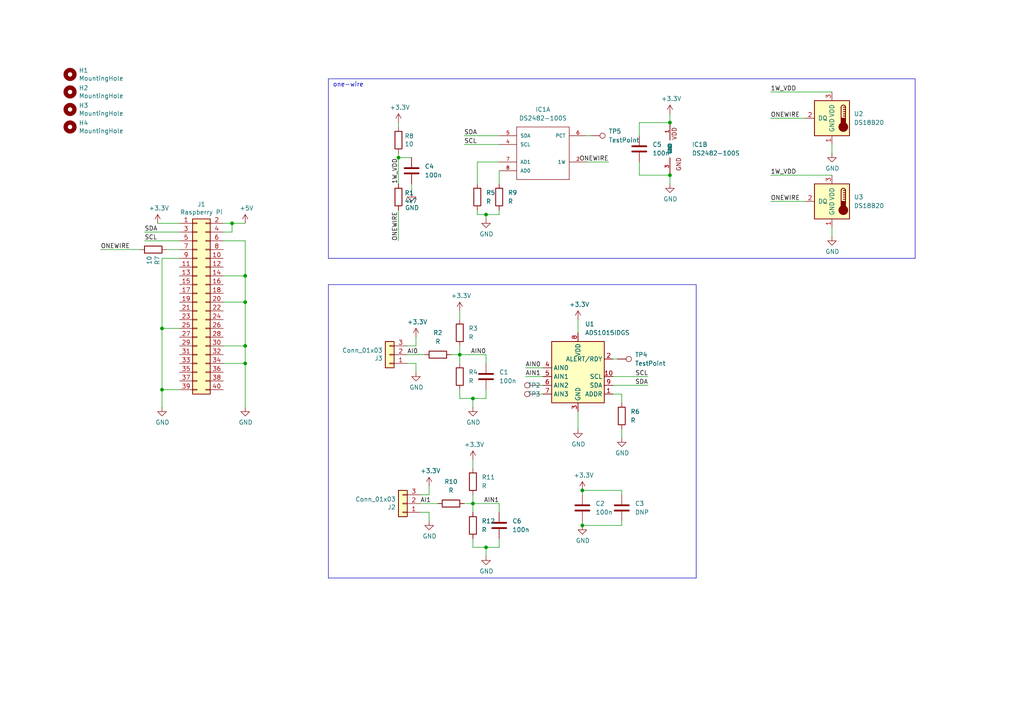
<source format=kicad_sch>
(kicad_sch (version 20230121) (generator eeschema)
  (paper "A4")
  (title_block (title "RPi0 room node"))
  (lib_symbols
    (symbol "1wire:DS2482-100S" (pin_names (offset 1.016))
      (property "Reference" "IC" (at -7.62 10.16 0))
      (property "Value" "DS2482-100S" (at -7.62 8.255 0))
      (symbol "DS2482-100S_1_0"
        (polyline (pts (xy -7.62 -7.62) (xy 7.62 -7.62)))
        (polyline (pts (xy -7.62 7.62) (xy -7.62 -7.62)))
        (polyline (pts (xy 7.62 -7.62) (xy 7.62 7.62)))
        (polyline (pts (xy 7.62 7.62) (xy -7.62 7.62)))
      )
      (symbol "DS2482-100S_1_1"
        (pin open_collector line (at 12.7 -2.54 180) (length 5.08) (name "1W") (number "2"))
        (pin input line (at -12.7 2.54 0) (length 5.08) (name "SCL") (number "4"))
        (pin bidirectional line (at -12.7 5.08 0) (length 5.08) (name "SDA") (number "5"))
        (pin output line (at 12.7 5.08 180) (length 5.08) (name "PCT") (number "6"))
        (pin input line (at -12.7 -2.54 0) (length 5.08) (name "AD1") (number "7"))
        (pin input line (at -12.7 -5.08 0) (length 5.08) (name "AD0") (number "8"))
      )
      (symbol "DS2482-100S_2_0"
        (text "GND" (at 2.54 -4.445 1) (effects (font (size 1.27 1.27))))
        (text "VDD" (at 1.27 4.445 1) (effects (font (size 1.27 1.27))))
      )
      (symbol "DS2482-100S_2_1"
        (pin power_in line (at 0 7.62 270) (length 5.08) (name "VDD") (number "1"))
        (pin power_in line (at 0 -7.62 90) (length 5.08) (name "GND") (number "3"))
      )
    )
    (symbol "Analog_ADC:ADS1015IDGS"
      (property "Reference" "U" (at 2.54 13.97 0))
      (property "Value" "ADS1015IDGS" (at 7.62 11.43 0))
      (symbol "ADS1015IDGS_0_1"
        (rectangle (start -7.62 10.16) (end 7.62 -7.62) (stroke (width 0.254)) (fill (type background)))
      )
      (symbol "ADS1015IDGS_1_1"
        (pin input line (at 10.16 -5.08 180) (length 2.54) (name "ADDR") (number "1"))
        (pin input line (at 10.16 0 180) (length 2.54) (name "SCL") (number "10"))
        (pin output line (at 10.16 5.08 180) (length 2.54) (name "ALERT/RDY") (number "2"))
        (pin power_in line (at 0 -10.16 90) (length 2.54) (name "GND") (number "3"))
        (pin input line (at -10.16 2.54 0) (length 2.54) (name "AIN0") (number "4"))
        (pin input line (at -10.16 0 0) (length 2.54) (name "AIN1") (number "5"))
        (pin input line (at -10.16 -2.54 0) (length 2.54) (name "AIN2") (number "6"))
        (pin input line (at -10.16 -5.08 0) (length 2.54) (name "AIN3") (number "7"))
        (pin power_in line (at 0 12.7 270) (length 2.54) (name "VDD") (number "8"))
        (pin bidirectional line (at 10.16 -2.54 180) (length 2.54) (name "SDA") (number "9"))
      )
    )
    (symbol "Connector:TestPoint" (pin_numbers hide) (pin_names (offset 0.762) hide)
      (property "Reference" "TP" (at 0 6.858 0))
      (property "Value" "TestPoint" (at 0 5.08 0))
      (symbol "TestPoint_0_1"
        (circle (center 0 3.302) (radius 0.762))
      )
      (symbol "TestPoint_1_1"
        (pin passive line (at 0 0 90) (length 2.54) (name "1") (number "1"))
      )
    )
    (symbol "Connector_Generic:Conn_01x03" (pin_names (offset 1.016) hide)
      (property "Reference" "J" (at 0 5.08 0))
      (property "Value" "Conn_01x03" (at 0 -5.08 0))
      (symbol "Conn_01x03_1_1"
        (rectangle (start -1.27 -2.413) (end 0 -2.667) (stroke (width 0.1524)))
        (rectangle (start -1.27 0.127) (end 0 -0.127) (stroke (width 0.1524)))
        (rectangle (start -1.27 2.667) (end 0 2.413) (stroke (width 0.1524)))
        (rectangle (start -1.27 3.81) (end 1.27 -3.81) (stroke (width 0.254)) (fill (type background)))
        (pin passive line (at -5.08 2.54 0) (length 3.81) (name "Pin_1") (number "1"))
        (pin passive line (at -5.08 0 0) (length 3.81) (name "Pin_2") (number "2"))
        (pin passive line (at -5.08 -2.54 0) (length 3.81) (name "Pin_3") (number "3"))
      )
    )
    (symbol "Connector_Generic:Conn_02x20_Odd_Even" (pin_names (offset 1.016) hide)
      (property "Reference" "J" (at 1.27 25.4 0))
      (property "Value" "Conn_02x20_Odd_Even" (at 1.27 -27.94 0))
      (symbol "Conn_02x20_Odd_Even_1_1"
        (rectangle (start -1.27 -25.273) (end 0 -25.527) (stroke (width 0.1524)))
        (rectangle (start -1.27 -22.733) (end 0 -22.987) (stroke (width 0.1524)))
        (rectangle (start -1.27 -20.193) (end 0 -20.447) (stroke (width 0.1524)))
        (rectangle (start -1.27 -17.653) (end 0 -17.907) (stroke (width 0.1524)))
        (rectangle (start -1.27 -15.113) (end 0 -15.367) (stroke (width 0.1524)))
        (rectangle (start -1.27 -12.573) (end 0 -12.827) (stroke (width 0.1524)))
        (rectangle (start -1.27 -10.033) (end 0 -10.287) (stroke (width 0.1524)))
        (rectangle (start -1.27 -7.493) (end 0 -7.747) (stroke (width 0.1524)))
        (rectangle (start -1.27 -4.953) (end 0 -5.207) (stroke (width 0.1524)))
        (rectangle (start -1.27 -2.413) (end 0 -2.667) (stroke (width 0.1524)))
        (rectangle (start -1.27 0.127) (end 0 -0.127) (stroke (width 0.1524)))
        (rectangle (start -1.27 2.667) (end 0 2.413) (stroke (width 0.1524)))
        (rectangle (start -1.27 5.207) (end 0 4.953) (stroke (width 0.1524)))
        (rectangle (start -1.27 7.747) (end 0 7.493) (stroke (width 0.1524)))
        (rectangle (start -1.27 10.287) (end 0 10.033) (stroke (width 0.1524)))
        (rectangle (start -1.27 12.827) (end 0 12.573) (stroke (width 0.1524)))
        (rectangle (start -1.27 15.367) (end 0 15.113) (stroke (width 0.1524)))
        (rectangle (start -1.27 17.907) (end 0 17.653) (stroke (width 0.1524)))
        (rectangle (start -1.27 20.447) (end 0 20.193) (stroke (width 0.1524)))
        (rectangle (start -1.27 22.987) (end 0 22.733) (stroke (width 0.1524)))
        (rectangle (start -1.27 24.13) (end 3.81 -26.67) (stroke (width 0.254)) (fill (type background)))
        (rectangle (start 3.81 -25.273) (end 2.54 -25.527) (stroke (width 0.1524)))
        (rectangle (start 3.81 -22.733) (end 2.54 -22.987) (stroke (width 0.1524)))
        (rectangle (start 3.81 -20.193) (end 2.54 -20.447) (stroke (width 0.1524)))
        (rectangle (start 3.81 -17.653) (end 2.54 -17.907) (stroke (width 0.1524)))
        (rectangle (start 3.81 -15.113) (end 2.54 -15.367) (stroke (width 0.1524)))
        (rectangle (start 3.81 -12.573) (end 2.54 -12.827) (stroke (width 0.1524)))
        (rectangle (start 3.81 -10.033) (end 2.54 -10.287) (stroke (width 0.1524)))
        (rectangle (start 3.81 -7.493) (end 2.54 -7.747) (stroke (width 0.1524)))
        (rectangle (start 3.81 -4.953) (end 2.54 -5.207) (stroke (width 0.1524)))
        (rectangle (start 3.81 -2.413) (end 2.54 -2.667) (stroke (width 0.1524)))
        (rectangle (start 3.81 0.127) (end 2.54 -0.127) (stroke (width 0.1524)))
        (rectangle (start 3.81 2.667) (end 2.54 2.413) (stroke (width 0.1524)))
        (rectangle (start 3.81 5.207) (end 2.54 4.953) (stroke (width 0.1524)))
        (rectangle (start 3.81 7.747) (end 2.54 7.493) (stroke (width 0.1524)))
        (rectangle (start 3.81 10.287) (end 2.54 10.033) (stroke (width 0.1524)))
        (rectangle (start 3.81 12.827) (end 2.54 12.573) (stroke (width 0.1524)))
        (rectangle (start 3.81 15.367) (end 2.54 15.113) (stroke (width 0.1524)))
        (rectangle (start 3.81 17.907) (end 2.54 17.653) (stroke (width 0.1524)))
        (rectangle (start 3.81 20.447) (end 2.54 20.193) (stroke (width 0.1524)))
        (rectangle (start 3.81 22.987) (end 2.54 22.733) (stroke (width 0.1524)))
        (pin passive line (at -5.08 22.86 0) (length 3.81) (name "Pin_1") (number "1"))
        (pin passive line (at 7.62 12.7 180) (length 3.81) (name "Pin_10") (number "10"))
        (pin passive line (at -5.08 10.16 0) (length 3.81) (name "Pin_11") (number "11"))
        (pin passive line (at 7.62 10.16 180) (length 3.81) (name "Pin_12") (number "12"))
        (pin passive line (at -5.08 7.62 0) (length 3.81) (name "Pin_13") (number "13"))
        (pin passive line (at 7.62 7.62 180) (length 3.81) (name "Pin_14") (number "14"))
        (pin passive line (at -5.08 5.08 0) (length 3.81) (name "Pin_15") (number "15"))
        (pin passive line (at 7.62 5.08 180) (length 3.81) (name "Pin_16") (number "16"))
        (pin passive line (at -5.08 2.54 0) (length 3.81) (name "Pin_17") (number "17"))
        (pin passive line (at 7.62 2.54 180) (length 3.81) (name "Pin_18") (number "18"))
        (pin passive line (at -5.08 0 0) (length 3.81) (name "Pin_19") (number "19"))
        (pin passive line (at 7.62 22.86 180) (length 3.81) (name "Pin_2") (number "2"))
        (pin passive line (at 7.62 0 180) (length 3.81) (name "Pin_20") (number "20"))
        (pin passive line (at -5.08 -2.54 0) (length 3.81) (name "Pin_21") (number "21"))
        (pin passive line (at 7.62 -2.54 180) (length 3.81) (name "Pin_22") (number "22"))
        (pin passive line (at -5.08 -5.08 0) (length 3.81) (name "Pin_23") (number "23"))
        (pin passive line (at 7.62 -5.08 180) (length 3.81) (name "Pin_24") (number "24"))
        (pin passive line (at -5.08 -7.62 0) (length 3.81) (name "Pin_25") (number "25"))
        (pin passive line (at 7.62 -7.62 180) (length 3.81) (name "Pin_26") (number "26"))
        (pin passive line (at -5.08 -10.16 0) (length 3.81) (name "Pin_27") (number "27"))
        (pin passive line (at 7.62 -10.16 180) (length 3.81) (name "Pin_28") (number "28"))
        (pin passive line (at -5.08 -12.7 0) (length 3.81) (name "Pin_29") (number "29"))
        (pin passive line (at -5.08 20.32 0) (length 3.81) (name "Pin_3") (number "3"))
        (pin passive line (at 7.62 -12.7 180) (length 3.81) (name "Pin_30") (number "30"))
        (pin passive line (at -5.08 -15.24 0) (length 3.81) (name "Pin_31") (number "31"))
        (pin passive line (at 7.62 -15.24 180) (length 3.81) (name "Pin_32") (number "32"))
        (pin passive line (at -5.08 -17.78 0) (length 3.81) (name "Pin_33") (number "33"))
        (pin passive line (at 7.62 -17.78 180) (length 3.81) (name "Pin_34") (number "34"))
        (pin passive line (at -5.08 -20.32 0) (length 3.81) (name "Pin_35") (number "35"))
        (pin passive line (at 7.62 -20.32 180) (length 3.81) (name "Pin_36") (number "36"))
        (pin passive line (at -5.08 -22.86 0) (length 3.81) (name "Pin_37") (number "37"))
        (pin passive line (at 7.62 -22.86 180) (length 3.81) (name "Pin_38") (number "38"))
        (pin passive line (at -5.08 -25.4 0) (length 3.81) (name "Pin_39") (number "39"))
        (pin passive line (at 7.62 20.32 180) (length 3.81) (name "Pin_4") (number "4"))
        (pin passive line (at 7.62 -25.4 180) (length 3.81) (name "Pin_40") (number "40"))
        (pin passive line (at -5.08 17.78 0) (length 3.81) (name "Pin_5") (number "5"))
        (pin passive line (at 7.62 17.78 180) (length 3.81) (name "Pin_6") (number "6"))
        (pin passive line (at -5.08 15.24 0) (length 3.81) (name "Pin_7") (number "7"))
        (pin passive line (at 7.62 15.24 180) (length 3.81) (name "Pin_8") (number "8"))
        (pin passive line (at -5.08 12.7 0) (length 3.81) (name "Pin_9") (number "9"))
      )
    )
    (symbol "Device:C" (pin_numbers hide) (pin_names (offset 0.254))
      (property "Reference" "C" (at 0.635 2.54 0))
      (property "Value" "C" (at 0.635 -2.54 0))
      (symbol "C_0_1"
        (polyline (pts (xy -2.032 -0.762) (xy 2.032 -0.762)) (stroke (width 0.508)))
        (polyline (pts (xy -2.032 0.762) (xy 2.032 0.762)) (stroke (width 0.508)))
      )
      (symbol "C_1_1"
        (pin passive line (at 0 3.81 270) (length 2.794) (name "~") (number "1"))
        (pin passive line (at 0 -3.81 90) (length 2.794) (name "~") (number "2"))
      )
    )
    (symbol "Device:R" (pin_numbers hide) (pin_names (offset 0))
      (property "Reference" "R" (at 2.032 0 90))
      (property "Value" "R" (at 0 0 90))
      (symbol "R_0_1"
        (rectangle (start -1.016 -2.54) (end 1.016 2.54) (stroke (width 0.254)))
      )
      (symbol "R_1_1"
        (pin passive line (at 0 3.81 270) (length 1.27) (name "~") (number "1"))
        (pin passive line (at 0 -3.81 90) (length 1.27) (name "~") (number "2"))
      )
    )
    (symbol "Mechanical:MountingHole" (pin_names (offset 1.016))
      (property "Reference" "H" (at 0 5.08 0))
      (property "Value" "MountingHole" (at 0 3.175 0))
      (symbol "MountingHole_0_1"
        (circle (center 0 0) (radius 1.27) (stroke (width 1.27)))
      )
    )
    (symbol "Sensor_Temperature:DS18B20" (pin_names (offset 1.016))
      (property "Reference" "U" (at -3.81 6.35 0))
      (property "Value" "DS18B20" (at 6.35 6.35 0))
      (symbol "DS18B20_0_1"
        (rectangle (start -5.08 5.08) (end 5.08 -5.08) (stroke (width 0.254)) (fill (type background)))
        (circle (center -3.302 -2.54) (radius 1.27) (stroke (width 0.254)) (fill (type outline)))
        (rectangle (start -2.667 -1.905) (end -3.937 0) (stroke (width 0.254)) (fill (type outline)))
        (arc (start -2.667 3.175) (mid -3.302 3.8073) (end -3.937 3.175) (stroke (width 0.254)))
        (polyline (pts (xy -3.937 0.635) (xy -3.302 0.635)) (stroke (width 0.254)))
        (polyline (pts (xy -3.937 1.27) (xy -3.302 1.27)) (stroke (width 0.254)))
        (polyline (pts (xy -3.937 1.905) (xy -3.302 1.905)) (stroke (width 0.254)))
        (polyline (pts (xy -3.937 2.54) (xy -3.302 2.54)) (stroke (width 0.254)))
        (polyline (pts (xy -3.937 3.175) (xy -3.937 0)) (stroke (width 0.254)))
        (polyline (pts (xy -3.937 3.175) (xy -3.302 3.175)) (stroke (width 0.254)))
        (polyline (pts (xy -2.667 3.175) (xy -2.667 0)) (stroke (width 0.254)))
      )
      (symbol "DS18B20_1_1"
        (pin power_in line (at 0 -7.62 90) (length 2.54) (name "GND") (number "1"))
        (pin bidirectional line (at 7.62 0 180) (length 2.54) (name "DQ") (number "2"))
        (pin power_in line (at 0 7.62 270) (length 2.54) (name "VDD") (number "3"))
      )
    )
    (symbol "power:+3.3V" (power) (pin_names (offset 0))
      (property "Value" "+3.3V" (at 0 3.556 0))
      (symbol "+3.3V_0_1"
        (polyline (pts (xy -0.762 1.27) (xy 0 2.54)))
        (polyline (pts (xy 0 0) (xy 0 2.54)))
        (polyline (pts (xy 0 2.54) (xy 0.762 1.27)))
      )
      (symbol "+3.3V_1_1"
        (pin power_in line (at 0 0 90) (length 0) hide (name "+3.3V") (number "1"))
      )
    )
    (symbol "power:+5V" (power) (pin_names (offset 0))
      (property "Value" "+5V" (at 0 3.556 0))
      (symbol "+5V_0_1"
        (polyline (pts (xy -0.762 1.27) (xy 0 2.54)))
        (polyline (pts (xy 0 0) (xy 0 2.54)))
        (polyline (pts (xy 0 2.54) (xy 0.762 1.27)))
      )
      (symbol "+5V_1_1"
        (pin power_in line (at 0 0 90) (length 0) hide (name "+5V") (number "1"))
      )
    )
    (symbol "power:GND" (power) (pin_names (offset 0))
      (property "Value" "GND" (at 0 -3.81 0))
      (symbol "GND_0_1"
        (polyline (pts (xy 0 0) (xy 0 -1.27) (xy 1.27 -1.27) (xy 0 -2.54) (xy -1.27 -1.27) (xy 0 -1.27)))
      )
      (symbol "GND_1_1"
        (pin power_in line (at 0 0 270) (length 0) hide (name "GND") (number "1"))
      )
    )
  )
  (junction (at 133.35 102.87))
  (junction (at 46.99 95.25))
  (junction (at 71.12 87.63))
  (junction (at 194.31 35.56))
  (junction (at 137.16 115.57))
  (junction (at 194.31 50.8))
  (junction (at 71.12 80.01))
  (junction (at 115.57 45.72))
  (junction (at 140.97 158.75))
  (junction (at 71.12 105.41))
  (junction (at 71.12 100.33))
  (junction (at 140.97 62.23))
  (junction (at 137.16 146.05))
  (junction (at 67.31 64.77))
  (junction (at 168.91 152.4))
  (junction (at 168.91 142.24))
  (junction (at 46.99 113.03))
  (wire (pts (xy 71.12 100.33) (xy 71.12 105.41)))
  (wire (pts (xy 46.99 74.93) (xy 52.07 74.93)))
  (polyline (pts (xy 201.93 167.64) (xy 95.25 167.64)))
  (wire (pts (xy 64.77 100.33) (xy 71.12 100.33)))
  (wire (pts (xy 133.35 102.87) (xy 140.97 102.87)))
  (polyline (pts (xy 265.43 74.93) (xy 265.43 22.86)))
  (wire (pts (xy 223.52 26.67) (xy 241.3 26.67)))
  (polyline (pts (xy 265.43 22.86) (xy 95.25 22.86)))
  (wire (pts (xy 71.12 87.63) (xy 71.12 100.33)))
  (wire (pts (xy 138.43 62.23) (xy 140.97 62.23)))
  (wire (pts (xy 138.43 53.34) (xy 138.43 46.99)))
  (wire (pts (xy 124.46 140.97) (xy 124.46 143.51)))
  (wire (pts (xy 140.97 62.23) (xy 144.78 62.23)))
  (wire (pts (xy 137.16 115.57) (xy 137.16 118.11)))
  (wire (pts (xy 133.35 102.87) (xy 133.35 105.41)))
  (wire (pts (xy 64.77 69.85) (xy 71.12 69.85)))
  (wire (pts (xy 140.97 115.57) (xy 137.16 115.57)))
  (wire (pts (xy 194.31 35.56) (xy 185.42 35.56)))
  (wire (pts (xy 185.42 50.8) (xy 194.31 50.8)))
  (wire (pts (xy 180.34 124.46) (xy 180.34 127)))
  (wire (pts (xy 115.57 45.72) (xy 119.38 45.72)))
  (wire (pts (xy 115.57 35.56) (xy 115.57 36.83)))
  (wire (pts (xy 67.31 67.31) (xy 67.31 64.77)))
  (wire (pts (xy 46.99 95.25) (xy 46.99 113.03)))
  (wire (pts (xy 241.3 66.04) (xy 241.3 68.58)))
  (wire (pts (xy 168.91 151.13) (xy 168.91 152.4)))
  (wire (pts (xy 194.31 50.8) (xy 194.31 53.34)))
  (wire (pts (xy 140.97 113.03) (xy 140.97 115.57)))
  (wire (pts (xy 167.64 92.71) (xy 167.64 96.52)))
  (wire (pts (xy 115.57 45.72) (xy 115.57 53.34)))
  (wire (pts (xy 46.99 113.03) (xy 52.07 113.03)))
  (wire (pts (xy 180.34 151.13) (xy 180.34 152.4)))
  (wire (pts (xy 137.16 115.57) (xy 133.35 115.57)))
  (wire (pts (xy 241.3 41.91) (xy 241.3 44.45)))
  (wire (pts (xy 170.18 39.37) (xy 171.45 39.37)))
  (wire (pts (xy 152.4 106.68) (xy 157.48 106.68)))
  (wire (pts (xy 46.99 95.25) (xy 52.07 95.25)))
  (wire (pts (xy 138.43 60.96) (xy 138.43 62.23)))
  (wire (pts (xy 64.77 80.01) (xy 71.12 80.01)))
  (wire (pts (xy 133.35 90.17) (xy 133.35 92.71)))
  (wire (pts (xy 133.35 115.57) (xy 133.35 113.03)))
  (wire (pts (xy 168.91 142.24) (xy 180.34 142.24)))
  (wire (pts (xy 144.78 62.23) (xy 144.78 60.96)))
  (wire (pts (xy 180.34 114.3) (xy 177.8 114.3)))
  (wire (pts (xy 168.91 142.24) (xy 168.91 143.51)))
  (wire (pts (xy 48.26 72.39) (xy 52.07 72.39)))
  (wire (pts (xy 29.21 72.39) (xy 40.64 72.39)))
  (wire (pts (xy 180.34 142.24) (xy 180.34 143.51)))
  (polyline (pts (xy 95.25 22.86) (xy 95.25 74.93)))
  (wire (pts (xy 120.65 97.79) (xy 120.65 100.33)))
  (wire (pts (xy 137.16 133.35) (xy 137.16 135.89)))
  (wire (pts (xy 144.78 49.53) (xy 144.78 53.34)))
  (wire (pts (xy 223.52 50.8) (xy 241.3 50.8)))
  (polyline (pts (xy 95.25 82.55) (xy 201.93 82.55)))
  (wire (pts (xy 64.77 67.31) (xy 67.31 67.31)))
  (polyline (pts (xy 95.25 74.93) (xy 265.43 74.93)))
  (wire (pts (xy 223.52 58.42) (xy 233.68 58.42)))
  (wire (pts (xy 140.97 158.75) (xy 137.16 158.75)))
  (wire (pts (xy 134.62 146.05) (xy 137.16 146.05)))
  (wire (pts (xy 121.92 148.59) (xy 124.46 148.59)))
  (wire (pts (xy 118.11 105.41) (xy 120.65 105.41)))
  (wire (pts (xy 137.16 143.51) (xy 137.16 146.05)))
  (wire (pts (xy 64.77 87.63) (xy 71.12 87.63)))
  (wire (pts (xy 118.11 102.87) (xy 123.19 102.87)))
  (wire (pts (xy 144.78 39.37) (xy 134.62 39.37)))
  (wire (pts (xy 223.52 34.29) (xy 233.68 34.29)))
  (wire (pts (xy 180.34 152.4) (xy 168.91 152.4)))
  (wire (pts (xy 119.38 53.34) (xy 119.38 55.88)))
  (wire (pts (xy 133.35 100.33) (xy 133.35 102.87)))
  (wire (pts (xy 140.97 102.87) (xy 140.97 105.41)))
  (wire (pts (xy 185.42 46.99) (xy 185.42 50.8)))
  (wire (pts (xy 140.97 62.23) (xy 140.97 63.5)))
  (polyline (pts (xy 95.25 167.64) (xy 95.25 82.55)))
  (wire (pts (xy 144.78 41.91) (xy 134.62 41.91)))
  (wire (pts (xy 71.12 80.01) (xy 71.12 87.63)))
  (wire (pts (xy 45.72 64.77) (xy 52.07 64.77)))
  (wire (pts (xy 120.65 100.33) (xy 118.11 100.33)))
  (wire (pts (xy 46.99 74.93) (xy 46.99 95.25)))
  (wire (pts (xy 137.16 146.05) (xy 137.16 148.59)))
  (wire (pts (xy 137.16 146.05) (xy 144.78 146.05)))
  (wire (pts (xy 120.65 105.41) (xy 120.65 107.95)))
  (wire (pts (xy 180.34 114.3) (xy 180.34 116.84)))
  (wire (pts (xy 67.31 64.77) (xy 64.77 64.77)))
  (wire (pts (xy 137.16 158.75) (xy 137.16 156.21)))
  (wire (pts (xy 156.21 111.76) (xy 157.48 111.76)))
  (wire (pts (xy 124.46 148.59) (xy 124.46 151.13)))
  (wire (pts (xy 185.42 35.56) (xy 185.42 39.37)))
  (polyline (pts (xy 201.93 82.55) (xy 201.93 167.64)))
  (wire (pts (xy 71.12 69.85) (xy 71.12 80.01)))
  (wire (pts (xy 170.18 46.99) (xy 176.53 46.99)))
  (wire (pts (xy 41.91 69.85) (xy 52.07 69.85)))
  (wire (pts (xy 177.8 111.76) (xy 187.96 111.76)))
  (wire (pts (xy 167.64 119.38) (xy 167.64 124.46)))
  (wire (pts (xy 177.8 104.14) (xy 179.07 104.14)))
  (wire (pts (xy 177.8 109.22) (xy 187.96 109.22)))
  (wire (pts (xy 46.99 113.03) (xy 46.99 118.11)))
  (wire (pts (xy 144.78 146.05) (xy 144.78 148.59)))
  (wire (pts (xy 130.81 102.87) (xy 133.35 102.87)))
  (wire (pts (xy 115.57 60.96) (xy 115.57 69.85)))
  (wire (pts (xy 140.97 158.75) (xy 140.97 161.29)))
  (wire (pts (xy 64.77 105.41) (xy 71.12 105.41)))
  (wire (pts (xy 71.12 105.41) (xy 71.12 118.11)))
  (wire (pts (xy 144.78 158.75) (xy 140.97 158.75)))
  (wire (pts (xy 138.43 46.99) (xy 144.78 46.99)))
  (wire (pts (xy 67.31 64.77) (xy 71.12 64.77)))
  (wire (pts (xy 194.31 33.02) (xy 194.31 35.56)))
  (wire (pts (xy 156.21 114.3) (xy 157.48 114.3)))
  (wire (pts (xy 124.46 143.51) (xy 121.92 143.51)))
  (wire (pts (xy 115.57 44.45) (xy 115.57 45.72)))
  (wire (pts (xy 121.92 146.05) (xy 127 146.05)))
  (wire (pts (xy 144.78 156.21) (xy 144.78 158.75)))
  (wire (pts (xy 152.4 109.22) (xy 157.48 109.22)))
  (wire (pts (xy 41.91 67.31) (xy 52.07 67.31)))
  (text "one-wire" (at 96.52 25.4 0) (effects (font (size 1.27 1.27)) (justify left bottom)))
  (label "ONEWIRE" (at 29.21 72.39 0))
  (label "ONEWIRE" (at 223.52 34.29 0))
  (label "ONEWIRE" (at 176.53 46.99 180))
  (label "SDA" (at 41.91 67.31 0))
  (label "1W_VDD" (at 223.52 50.8 0))
  (label "AI0" (at 118.11 102.87 0))
  (label "SDA" (at 187.96 111.76 180))
  (label "AIN0" (at 152.4 106.68 0))
  (label "SCL" (at 41.91 69.85 0))
  (label "ONEWIRE" (at 115.57 69.85 90))
  (label "SCL" (at 134.62 41.91 0))
  (label "AIN0" (at 140.97 102.87 180))
  (label "AIN1" (at 152.4 109.22 0))
  (label "SCL" (at 187.96 109.22 180))
  (label "1W_VDD" (at 223.52 26.67 0))
  (label "1W_VDD" (at 115.57 53.34 90))
  (label "AIN1" (at 144.78 146.05 180))
  (label "AI1" (at 121.92 146.05 0))
  (label "ONEWIRE" (at 223.52 58.42 0))
  (label "SDA" (at 134.62 39.37 0))
  (symbol (lib_id "power:GND") (at 71.12 118.11 0) (unit 1)
    (property "Reference" "#PWR04" (effects hide))
    (property "Value" "GND" (at 71.247 122.5042 0))
  )
  (symbol (lib_id "power:+5V") (at 71.12 64.77 0) (unit 1)
    (property "Reference" "#PWR03" (effects hide))
    (property "Value" "+5V" (at 71.501 60.3758 0))
  )
  (symbol (lib_id "power:+3.3V") (at 45.72 64.77 0) (unit 1)
    (property "Reference" "#PWR02" (effects hide))
    (property "Value" "+3.3V" (at 46.101 60.3758 0))
  )
  (symbol (lib_id "Device:R") (at 115.57 57.15 0) (unit 1)
    (property "Reference" "R1" (at 117.348 55.9816 0) (effects (justify left)))
    (property "Value" "4k7" (at 117.348 58.293 0) (effects (justify left)))
    (property "Footprint" "Resistor_SMD:R_0402_1005Metric_Pad0.72x0.64mm_HandSolder" (effects hide))
  )
  (symbol (lib_id "power:GND") (at 241.3 68.58 0) (unit 1)
    (property "Reference" "#PWR06" (effects hide))
    (property "Value" "GND" (at 241.427 72.9742 0))
  )
  (symbol (lib_id "Connector_Generic:Conn_02x20_Odd_Even") (at 57.15 87.63 0) (unit 1)
    (property "Reference" "J1" (at 58.42 59.2582 0))
    (property "Value" "Raspberry Pi" (at 58.42 61.5696 0))
    (property "Footprint" "Connector_PinHeader_2.54mm:PinHeader_2x20_P2.54mm_Vertical" (effects hide))
  )
  (symbol (lib_id "Mechanical:MountingHole") (at 20.32 21.59 0) (unit 1)
    (property "Reference" "H1" (at 22.86 20.4216 0) (effects (justify left)))
    (property "Value" "MountingHole" (at 22.86 22.733 0) (effects (justify left)))
    (property "Footprint" "holes:hole_2.75" (effects hide))
  )
  (symbol (lib_id "Mechanical:MountingHole") (at 20.32 26.67 0) (unit 1)
    (property "Reference" "H2" (at 22.86 25.5016 0) (effects (justify left)))
    (property "Value" "MountingHole" (at 22.86 27.813 0) (effects (justify left)))
    (property "Footprint" "holes:hole_2.75" (effects hide))
  )
  (symbol (lib_id "Mechanical:MountingHole") (at 20.32 31.75 0) (unit 1)
    (property "Reference" "H3" (at 22.86 30.5816 0) (effects (justify left)))
    (property "Value" "MountingHole" (at 22.86 32.893 0) (effects (justify left)))
    (property "Footprint" "holes:hole_2.75" (effects hide))
  )
  (symbol (lib_id "Mechanical:MountingHole") (at 20.32 36.83 0) (unit 1)
    (property "Reference" "H4" (at 22.86 35.6616 0) (effects (justify left)))
    (property "Value" "MountingHole" (at 22.86 37.973 0) (effects (justify left)))
    (property "Footprint" "holes:hole_2.75" (effects hide))
  )
  (symbol (lib_id "power:+3.3V") (at 120.65 97.79 0) (unit 1)
    (property "Reference" "#PWR07" (effects hide))
    (property "Value" "+3.3V" (at 121.031 93.3958 0))
  )
  (symbol (lib_id "Device:R") (at 137.16 139.7 180) (unit 1)
    (property "Reference" "R11" (at 139.7 138.4299 0) (effects (justify right)))
    (property "Value" "R" (at 139.7 140.9699 0) (effects (justify right)))
    (property "Footprint" "Resistor_SMD:R_0603_1608Metric_Pad0.98x0.95mm_HandSolder" (effects hide))
  )
  (symbol (lib_id "power:+3.3V") (at 115.57 35.56 0) (unit 1)
    (property "Reference" "#PWR0103" (effects hide))
    (property "Value" "+3.3V" (at 115.951 31.1658 0))
  )
  (symbol (lib_id "Device:C") (at 168.91 147.32 0) (unit 1)
    (property "Reference" "C2" (at 172.72 146.0499 0) (effects (justify left)))
    (property "Value" "100n" (at 172.72 148.5899 0) (effects (justify left)))
    (property "Footprint" "Capacitor_SMD:C_0402_1005Metric_Pad0.74x0.62mm_HandSolder" (effects hide))
  )
  (symbol (lib_id "Device:C") (at 185.42 43.18 180) (unit 1)
    (property "Reference" "C5" (at 189.23 41.9099 0) (effects (justify right)))
    (property "Value" "100n" (at 189.23 44.4499 0) (effects (justify right)))
    (property "Footprint" "Capacitor_SMD:C_0402_1005Metric_Pad0.74x0.62mm_HandSolder" (effects hide))
  )
  (symbol (lib_id "power:+3.3V") (at 137.16 133.35 0) (unit 1)
    (property "Reference" "#PWR0109" (effects hide))
    (property "Value" "+3.3V" (at 137.541 128.9558 0))
  )
  (symbol (lib_id "power:+3.3V") (at 168.91 142.24 0) (unit 1)
    (property "Reference" "#PWR011" (effects hide))
    (property "Value" "+3.3V" (at 169.291 137.8458 0))
  )
  (symbol (lib_id "Analog_ADC:ADS1015IDGS") (at 167.64 109.22 0) (unit 1)
    (property "Reference" "U1" (at 169.6594 93.98 0) (effects (justify left)))
    (property "Value" "ADS1015IDGS" (at 169.6594 96.52 0) (effects (justify left)))
    (property "Footprint" "Package_SO:TSSOP-10_3x3mm_P0.5mm" (effects hide))
    (property "Datasheet" "http://www.ti.com/lit/ds/symlink/ads1015.pdf" (effects hide))
  )
  (symbol (lib_id "power:+3.3V") (at 133.35 90.17 0) (unit 1)
    (property "Reference" "#PWR09" (effects hide))
    (property "Value" "+3.3V" (at 133.731 85.7758 0))
  )
  (symbol (lib_id "Device:C") (at 180.34 147.32 0) (unit 1)
    (property "Reference" "C3" (at 184.15 146.0499 0) (effects (justify left)))
    (property "Value" "DNP" (at 184.15 148.5899 0) (effects (justify left)))
    (property "Footprint" "Capacitor_SMD:C_0805_2012Metric_Pad1.18x1.45mm_HandSolder" (effects hide))
  )
  (symbol (lib_id "power:GND") (at 140.97 161.29 0) (unit 1)
    (property "Reference" "#PWR0107" (effects hide))
    (property "Value" "GND" (at 141.097 165.6842 0))
  )
  (symbol (lib_id "Connector:TestPoint") (at 179.07 104.14 270) (unit 1)
    (property "Reference" "TP4" (at 184.15 102.8699 90) (effects (justify left)))
    (property "Value" "TestPoint" (at 184.15 105.4099 90) (effects (justify left)))
    (property "Footprint" "Connector_PinHeader_1.27mm:PinHeader_1x01_P1.27mm_Vertical" (effects hide))
  )
  (symbol (lib_id "Device:C") (at 140.97 109.22 0) (unit 1)
    (property "Reference" "C1" (at 144.78 107.9499 0) (effects (justify left)))
    (property "Value" "100n" (at 144.78 110.4899 0) (effects (justify left)))
    (property "Footprint" "Capacitor_SMD:C_0603_1608Metric_Pad1.08x0.95mm_HandSolder" (effects hide))
  )
  (symbol (lib_id "Device:R") (at 138.43 57.15 180) (unit 1)
    (property "Reference" "R5" (at 140.97 55.8799 0) (effects (justify right)))
    (property "Value" "R" (at 140.97 58.4199 0) (effects (justify right)))
    (property "Footprint" "NetTie:NetTie-2_THT_Pad0.3mm" (effects hide))
  )
  (symbol (lib_id "Device:R") (at 144.78 57.15 180) (unit 1)
    (property "Reference" "R9" (at 147.32 55.8799 0) (effects (justify right)))
    (property "Value" "R" (at 147.32 58.4199 0) (effects (justify right)))
    (property "Footprint" "NetTie:NetTie-2_THT_Pad0.3mm" (effects hide))
  )
  (symbol (lib_id "power:GND") (at 168.91 152.4 0) (unit 1)
    (property "Reference" "#PWR012" (effects hide))
    (property "Value" "GND" (at 169.037 156.7942 0))
  )
  (symbol (lib_id "power:+3.3V") (at 167.64 92.71 0) (unit 1)
    (property "Reference" "#PWR013" (effects hide))
    (property "Value" "+3.3V" (at 168.021 88.3158 0))
  )
  (symbol (lib_id "Sensor_Temperature:DS18B20") (at 241.3 34.29 0) (mirror y) (unit 1)
    (property "Reference" "U2" (at 247.65 33.0199 0) (effects (justify right)))
    (property "Value" "DS18B20" (at 247.65 35.5599 0) (effects (justify right)))
    (property "Footprint" "weird connectors:JST_PH_B3B-PH-SM4-TB_1x03-1MP_P2.00mm_Vertical + 2.54 mm header" (effects hide))
    (property "Datasheet" "http://datasheets.maximintegrated.com/en/ds/DS18B20.pdf" (effects hide))
  )
  (symbol (lib_id "Device:R") (at 130.81 146.05 90) (unit 1)
    (property "Reference" "R10" (at 130.81 139.7 90))
    (property "Value" "R" (at 130.81 142.24 90))
    (property "Footprint" "Resistor_SMD:R_0603_1608Metric_Pad0.98x0.95mm_HandSolder" (effects hide))
  )
  (symbol (lib_id "Device:R") (at 180.34 120.65 180) (unit 1)
    (property "Reference" "R6" (at 182.88 119.3799 0) (effects (justify right)))
    (property "Value" "R" (at 182.88 121.9199 0) (effects (justify right)))
    (property "Footprint" "NetTie:NetTie-2_THT_Pad0.3mm" (effects hide))
  )
  (symbol (lib_id "Device:R") (at 44.45 72.39 270) (unit 1)
    (property "Reference" "R7" (at 45.6184 74.168 0) (effects (justify left)))
    (property "Value" "10" (at 43.307 74.168 0) (effects (justify left)))
    (property "Footprint" "Resistor_SMD:R_0402_1005Metric_Pad0.72x0.64mm_HandSolder" (effects hide))
  )
  (symbol (lib_id "Device:R") (at 133.35 96.52 180) (unit 1)
    (property "Reference" "R3" (at 135.89 95.2499 0) (effects (justify right)))
    (property "Value" "R" (at 135.89 97.7899 0) (effects (justify right)))
    (property "Footprint" "Resistor_SMD:R_0603_1608Metric_Pad0.98x0.95mm_HandSolder" (effects hide))
  )
  (symbol (lib_id "power:GND") (at 194.31 53.34 0) (unit 1)
    (property "Reference" "#PWR0105" (effects hide))
    (property "Value" "GND" (at 194.437 57.7342 0))
  )
  (symbol (lib_id "power:GND") (at 46.99 118.11 0) (unit 1)
    (property "Reference" "#PWR0111" (effects hide))
    (property "Value" "GND" (at 47.117 122.5042 0))
  )
  (symbol (lib_id "Device:C") (at 119.38 49.53 180) (unit 1)
    (property "Reference" "C4" (at 123.19 48.2599 0) (effects (justify right)))
    (property "Value" "100n" (at 123.19 50.7999 0) (effects (justify right)))
    (property "Footprint" "Capacitor_SMD:C_0402_1005Metric_Pad0.74x0.62mm_HandSolder" (effects hide))
  )
  (symbol (lib_id "power:+3.3V") (at 124.46 140.97 0) (unit 1)
    (property "Reference" "#PWR0110" (effects hide))
    (property "Value" "+3.3V" (at 124.841 136.5758 0))
  )
  (symbol (lib_id "1wire:DS2482-100S") (at 157.48 44.45 0) (unit 1)
    (property "Reference" "IC1" (at 157.48 31.75 0))
    (property "Value" "DS2482-100S" (at 157.48 34.29 0))
    (property "Footprint" "Package_SO:SO-8_3.9x4.9mm_P1.27mm" (effects hide))
  )
  (symbol (lib_id "1wire:DS2482-100S") (at 194.31 43.18 0) (unit 2)
    (property "Reference" "IC1" (at 200.66 41.9099 0) (effects (justify left)))
    (property "Value" "DS2482-100S" (at 200.66 44.4499 0) (effects (justify left)))
    (property "Footprint" "Package_SO:SO-8_3.9x4.9mm_P1.27mm" (effects hide))
  )
  (symbol (lib_id "Connector:TestPoint") (at 171.45 39.37 270) (unit 1)
    (property "Reference" "TP5" (at 176.53 38.0999 90) (effects (justify left)))
    (property "Value" "TestPoint" (at 176.53 40.6399 90) (effects (justify left)))
    (property "Footprint" "Connector_PinHeader_1.27mm:PinHeader_1x01_P1.27mm_Vertical" (effects hide))
  )
  (symbol (lib_id "power:GND") (at 180.34 127 0) (unit 1)
    (property "Reference" "#PWR016" (effects hide))
    (property "Value" "GND" (at 180.467 131.3942 0))
  )
  (symbol (lib_id "Device:R") (at 115.57 40.64 0) (unit 1)
    (property "Reference" "R8" (at 117.348 39.4716 0) (effects (justify left)))
    (property "Value" "10" (at 117.348 41.783 0) (effects (justify left)))
    (property "Footprint" "Resistor_SMD:R_0402_1005Metric_Pad0.72x0.64mm_HandSolder" (effects hide))
  )
  (symbol (lib_id "Connector_Generic:Conn_01x03") (at 116.84 146.05 180) (unit 1)
    (property "Reference" "J2" (at 114.808 147.1168 0) (effects (justify left)))
    (property "Value" "Conn_01x03" (at 114.808 144.8054 0) (effects (justify left)))
    (property "Footprint" "weird connectors:JST_PH_B3B-PH-SM4-TB_1x03-1MP_P2.00mm_Vertical + 2.54 mm header" (effects hide))
  )
  (symbol (lib_id "Device:R") (at 137.16 152.4 180) (unit 1)
    (property "Reference" "R12" (at 139.7 151.1299 0) (effects (justify right)))
    (property "Value" "R" (at 139.7 153.6699 0) (effects (justify right)))
    (property "Footprint" "Resistor_SMD:R_0603_1608Metric_Pad0.98x0.95mm_HandSolder" (effects hide))
  )
  (symbol (lib_id "Device:C") (at 144.78 152.4 0) (unit 1)
    (property "Reference" "C6" (at 148.59 151.1299 0) (effects (justify left)))
    (property "Value" "100n" (at 148.59 153.6699 0) (effects (justify left)))
    (property "Footprint" "Capacitor_SMD:C_0603_1608Metric_Pad1.08x0.95mm_HandSolder" (effects hide))
  )
  (symbol (lib_id "power:GND") (at 124.46 151.13 0) (unit 1)
    (property "Reference" "#PWR0108" (effects hide))
    (property "Value" "GND" (at 124.587 155.5242 0))
  )
  (symbol (lib_id "Device:R") (at 133.35 109.22 180) (unit 1)
    (property "Reference" "R4" (at 135.89 107.9499 0) (effects (justify right)))
    (property "Value" "R" (at 135.89 110.4899 0) (effects (justify right)))
    (property "Footprint" "Resistor_SMD:R_0603_1608Metric_Pad0.98x0.95mm_HandSolder" (effects hide))
  )
  (symbol (lib_id "power:GND") (at 119.38 55.88 0) (unit 1)
    (property "Reference" "#PWR0102" (effects hide))
    (property "Value" "GND" (at 119.507 60.2742 0))
  )
  (symbol (lib_id "power:GND") (at 241.3 44.45 0) (unit 1)
    (property "Reference" "#PWR0101" (effects hide))
    (property "Value" "GND" (at 241.427 48.8442 0))
  )
  (symbol (lib_id "Connector:TestPoint") (at 156.21 111.76 90) (unit 1)
    (property "Reference" "TP2" (at 154.94 111.76 90))
    (property "Value" "TestPoint" (effects hide))
    (property "Footprint" "Connector_PinHeader_1.27mm:PinHeader_1x01_P1.27mm_Vertical" (effects hide))
  )
  (symbol (lib_id "power:GND") (at 120.65 107.95 0) (unit 1)
    (property "Reference" "#PWR08" (effects hide))
    (property "Value" "GND" (at 120.777 112.3442 0))
  )
  (symbol (lib_id "power:GND") (at 137.16 118.11 0) (unit 1)
    (property "Reference" "#PWR010" (effects hide))
    (property "Value" "GND" (at 137.287 122.5042 0))
  )
  (symbol (lib_id "Connector:TestPoint") (at 156.21 114.3 90) (unit 1)
    (property "Reference" "TP3" (at 154.94 114.3 90))
    (property "Value" "TestPoint" (effects hide))
    (property "Footprint" "Connector_PinHeader_1.27mm:PinHeader_1x01_P1.27mm_Vertical" (effects hide))
  )
  (symbol (lib_id "power:+3.3V") (at 194.31 33.02 0) (unit 1)
    (property "Reference" "#PWR0104" (effects hide))
    (property "Value" "+3.3V" (at 194.691 28.6258 0))
  )
  (symbol (lib_id "Sensor_Temperature:DS18B20") (at 241.3 58.42 0) (mirror y) (unit 1)
    (property "Reference" "U3" (at 247.65 57.1499 0) (effects (justify right)))
    (property "Value" "DS18B20" (at 247.65 59.6899 0) (effects (justify right)))
    (property "Footprint" "weird connectors:JST_PH_B3B-PH-SM4-TB_1x03-1MP_P2.00mm_Vertical + 2.54 mm header" (effects hide))
    (property "Datasheet" "http://datasheets.maximintegrated.com/en/ds/DS18B20.pdf" (effects hide))
  )
  (symbol (lib_id "power:GND") (at 167.64 124.46 0) (unit 1)
    (property "Reference" "#PWR014" (effects hide))
    (property "Value" "GND" (at 167.767 128.8542 0))
  )
  (symbol (lib_id "Device:R") (at 127 102.87 90) (unit 1)
    (property "Reference" "R2" (at 127 96.52 90))
    (property "Value" "R" (at 127 99.06 90))
    (property "Footprint" "Resistor_SMD:R_0603_1608Metric_Pad0.98x0.95mm_HandSolder" (effects hide))
  )
  (symbol (lib_id "power:GND") (at 140.97 63.5 0) (unit 1)
    (property "Reference" "#PWR0106" (effects hide))
    (property "Value" "GND" (at 141.097 67.8942 0))
  )
  (symbol (lib_id "Connector_Generic:Conn_01x03") (at 113.03 102.87 180) (unit 1)
    (property "Reference" "J3" (at 110.998 103.9368 0) (effects (justify left)))
    (property "Value" "Conn_01x03" (at 110.998 101.6254 0) (effects (justify left)))
    (property "Footprint" "weird connectors:JST_PH_B3B-PH-SM4-TB_1x03-1MP_P2.00mm_Vertical + 2.54 mm header" (effects hide))
  )
)
</source>
